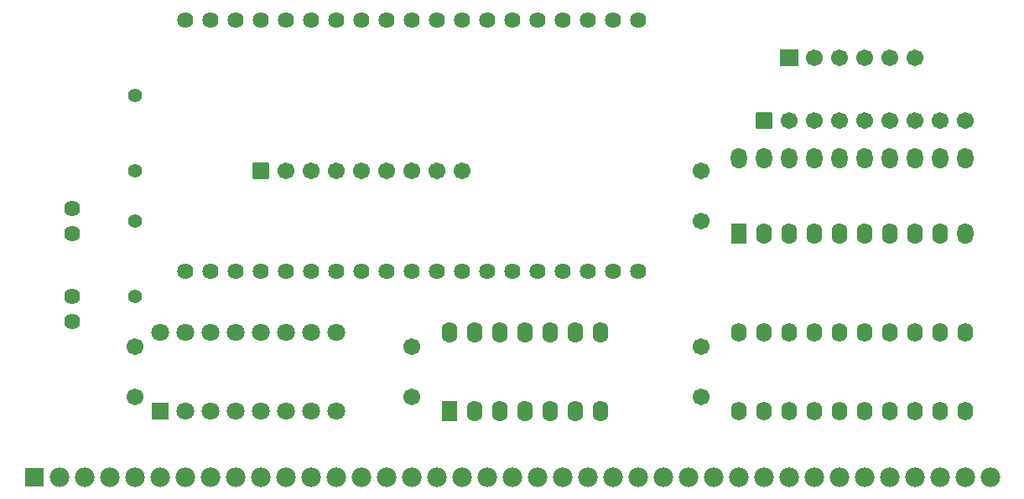
<source format=gts>
G04 Layer: TopSolderMaskLayer*
G04 EasyEDA v6.5.42, 2024-04-02 15:41:54*
G04 2b23fd05ff384805b3ab63b0522f50a2,2162b387b2864a4d85882ef8f1f27c6b,10*
G04 Gerber Generator version 0.2*
G04 Scale: 100 percent, Rotated: No, Reflected: No *
G04 Dimensions in millimeters *
G04 leading zeros omitted , absolute positions ,4 integer and 5 decimal *
%FSLAX45Y45*%
%MOMM*%

%AMMACRO1*1,1,$1,$2,$3*1,1,$1,$4,$5*1,1,$1,0-$2,0-$3*1,1,$1,0-$4,0-$5*20,1,$1,$2,$3,$4,$5,0*20,1,$1,$4,$5,0-$2,0-$3,0*20,1,$1,0-$2,0-$3,0-$4,0-$5,0*20,1,$1,0-$4,0-$5,$2,$3,0*4,1,4,$2,$3,$4,$5,0-$2,0-$3,0-$4,0-$5,$2,$3,0*%
%ADD10R,1.9812X1.9812*%
%ADD11C,1.9812*%
%ADD12C,1.7016*%
%ADD13C,1.6240*%
%ADD14MACRO1,0.1016X-0.9X0.8X0.9X0.8*%
%ADD15C,1.4000*%
%ADD16MACRO1,0.1016X-0.8X0.8X0.8X0.8*%
%ADD17C,1.6256*%
%ADD18O,1.6015970000000002X2.1015960000000002*%
%ADD19R,1.6016X2.1016*%
%ADD20O,1.6256000000000002X2.1015960000000002*%
%ADD21O,1.5635986X1.9291046*%
%ADD22R,1.8016X1.8016*%
%ADD23C,1.8016*%

%LPD*%
D10*
G01*
X889000Y-11481815D03*
D11*
G01*
X1143000Y-11481815D03*
G01*
X1397000Y-11481815D03*
G01*
X1651000Y-11481815D03*
G01*
X1905000Y-11481815D03*
G01*
X2159000Y-11481815D03*
G01*
X2413000Y-11481815D03*
G01*
X2667000Y-11481815D03*
G01*
X2921000Y-11481815D03*
G01*
X3175000Y-11481815D03*
G01*
X3429000Y-11481815D03*
G01*
X3683000Y-11481815D03*
G01*
X3937000Y-11481815D03*
G01*
X4191000Y-11481815D03*
G01*
X4445000Y-11481815D03*
G01*
X4699000Y-11481815D03*
G01*
X4953000Y-11481815D03*
G01*
X5207000Y-11481815D03*
G01*
X5461000Y-11481815D03*
G01*
X5715000Y-11481815D03*
G01*
X5969000Y-11481815D03*
G01*
X6223000Y-11481815D03*
G01*
X6477000Y-11481815D03*
G01*
X6731000Y-11481815D03*
G01*
X6985000Y-11481815D03*
G01*
X7239000Y-11481815D03*
G01*
X7493000Y-11481815D03*
G01*
X7747000Y-11481815D03*
G01*
X8001000Y-11481815D03*
G01*
X8255000Y-11481815D03*
G01*
X8509000Y-11481815D03*
G01*
X8763000Y-11481815D03*
G01*
X9017000Y-11481815D03*
G01*
X9271000Y-11481815D03*
G01*
X9525000Y-11481815D03*
G01*
X9779000Y-11481815D03*
G01*
X10033000Y-11481815D03*
G01*
X10287000Y-11481815D03*
G01*
X10541000Y-11481815D03*
D12*
G01*
X1905000Y-10667974D03*
G01*
X1905000Y-10159974D03*
G01*
X4699000Y-10667974D03*
G01*
X4699000Y-10159974D03*
G01*
X7619974Y-8889974D03*
G01*
X7619974Y-8381974D03*
G01*
X7619974Y-10667974D03*
G01*
X7619974Y-10159974D03*
D13*
G01*
X1270000Y-8762974D03*
G01*
X1270000Y-9016974D03*
G01*
X1270000Y-9651974D03*
G01*
X1270000Y-9905974D03*
D12*
G01*
X9778974Y-7238974D03*
G01*
X9524974Y-7238974D03*
G01*
X9270974Y-7238974D03*
G01*
X9016974Y-7238974D03*
G01*
X8762974Y-7238974D03*
D14*
G01*
X8508982Y-7238984D03*
D15*
G01*
X1905000Y-8380984D03*
G01*
X1905000Y-7620965D03*
G01*
X1905000Y-9650984D03*
G01*
X1905000Y-8890965D03*
D16*
G01*
X3174992Y-8381982D03*
D12*
G01*
X3429000Y-8381974D03*
G01*
X3683000Y-8381974D03*
G01*
X3937000Y-8381974D03*
G01*
X4191000Y-8381974D03*
G01*
X4445000Y-8381974D03*
G01*
X4699000Y-8381974D03*
G01*
X4953000Y-8381974D03*
G01*
X5207000Y-8381974D03*
D16*
G01*
X8254982Y-7873984D03*
D12*
G01*
X8508974Y-7873974D03*
G01*
X8762974Y-7873974D03*
G01*
X9016974Y-7873974D03*
G01*
X9270974Y-7873974D03*
G01*
X9524974Y-7873974D03*
G01*
X9778974Y-7873974D03*
G01*
X10032974Y-7873974D03*
G01*
X10286974Y-7873974D03*
D17*
G01*
X6985000Y-6858000D03*
G01*
X6731000Y-6858000D03*
G01*
X6477000Y-6858000D03*
G01*
X6223000Y-6858000D03*
G01*
X5969000Y-6858000D03*
G01*
X5715000Y-6858000D03*
G01*
X5461000Y-6858000D03*
G01*
X5207000Y-6858000D03*
G01*
X4953000Y-6858000D03*
G01*
X4699000Y-6858000D03*
G01*
X4445000Y-6858000D03*
G01*
X4191000Y-6858000D03*
G01*
X3937000Y-6858000D03*
G01*
X3683000Y-6858000D03*
G01*
X3429000Y-6858000D03*
G01*
X3175000Y-6858000D03*
G01*
X2921000Y-6858000D03*
G01*
X2667000Y-6858000D03*
G01*
X2667000Y-9398000D03*
G01*
X2921000Y-9398000D03*
G01*
X3175000Y-9398000D03*
G01*
X3429000Y-9398000D03*
G01*
X3683000Y-9398000D03*
G01*
X3937000Y-9398000D03*
G01*
X4191000Y-9398000D03*
G01*
X4445000Y-9398000D03*
G01*
X4699000Y-9398000D03*
G01*
X4953000Y-9398000D03*
G01*
X5207000Y-9398000D03*
G01*
X5461000Y-9398000D03*
G01*
X5715000Y-9398000D03*
G01*
X5969000Y-9398000D03*
G01*
X6223000Y-9398000D03*
G01*
X6477000Y-9398000D03*
G01*
X6731000Y-9398000D03*
G01*
X6985000Y-9398000D03*
G01*
X2413000Y-9398000D03*
G01*
X2413000Y-6858000D03*
D18*
G01*
X10032974Y-9016974D03*
G01*
X9778974Y-9016974D03*
G01*
X9524974Y-9016974D03*
G01*
X9270974Y-9016974D03*
G01*
X9016974Y-9016974D03*
G01*
X8762974Y-9016974D03*
G01*
X8508974Y-9016974D03*
G01*
X8254974Y-9016974D03*
D19*
G01*
X8000974Y-9016974D03*
D20*
G01*
X10286974Y-9016974D03*
G01*
X10286974Y-8254974D03*
G01*
X10032974Y-8254974D03*
G01*
X9778974Y-8254974D03*
G01*
X9524974Y-8254974D03*
G01*
X9270974Y-8254974D03*
G01*
X9016974Y-8254974D03*
G01*
X8762974Y-8254974D03*
G01*
X8508974Y-8254974D03*
G01*
X8254974Y-8254974D03*
G01*
X8000974Y-8254974D03*
D21*
G01*
X8000974Y-10810976D03*
G01*
X8000974Y-10016972D03*
G01*
X8254974Y-10810976D03*
G01*
X8254974Y-10016972D03*
G01*
X8508974Y-10810976D03*
G01*
X8508974Y-10016972D03*
G01*
X8762974Y-10810976D03*
G01*
X8762974Y-10016972D03*
G01*
X9016974Y-10810976D03*
G01*
X9016974Y-10016972D03*
G01*
X9270974Y-10810976D03*
G01*
X9270974Y-10016972D03*
G01*
X9524974Y-10810976D03*
G01*
X9524974Y-10016972D03*
G01*
X9778974Y-10810976D03*
G01*
X9778974Y-10016972D03*
G01*
X10032974Y-10810976D03*
G01*
X10032974Y-10016972D03*
G01*
X10286974Y-10810976D03*
G01*
X10286974Y-10016972D03*
D22*
G01*
X2159000Y-10810976D03*
D23*
G01*
X2413000Y-10810976D03*
G01*
X3683000Y-10810976D03*
G01*
X3937000Y-10810976D03*
G01*
X2667000Y-10810976D03*
G01*
X2921000Y-10810976D03*
G01*
X3429000Y-10810976D03*
G01*
X3175000Y-10810976D03*
G01*
X3937000Y-10016972D03*
G01*
X3683000Y-10016972D03*
G01*
X3429000Y-10016972D03*
G01*
X3175000Y-10016972D03*
G01*
X2921000Y-10016972D03*
G01*
X2667000Y-10016972D03*
G01*
X2413000Y-10016972D03*
G01*
X2159000Y-10016972D03*
D19*
G01*
X5080000Y-10808970D03*
D18*
G01*
X5334000Y-10808970D03*
G01*
X5588000Y-10808970D03*
G01*
X5842000Y-10808970D03*
G01*
X6096000Y-10808970D03*
G01*
X6350000Y-10808970D03*
G01*
X6604000Y-10808970D03*
G01*
X5080000Y-10018979D03*
G01*
X5334000Y-10018979D03*
G01*
X5588000Y-10018979D03*
G01*
X5842000Y-10018979D03*
G01*
X6096000Y-10018979D03*
G01*
X6350000Y-10018979D03*
G01*
X6604000Y-10018979D03*
M02*

</source>
